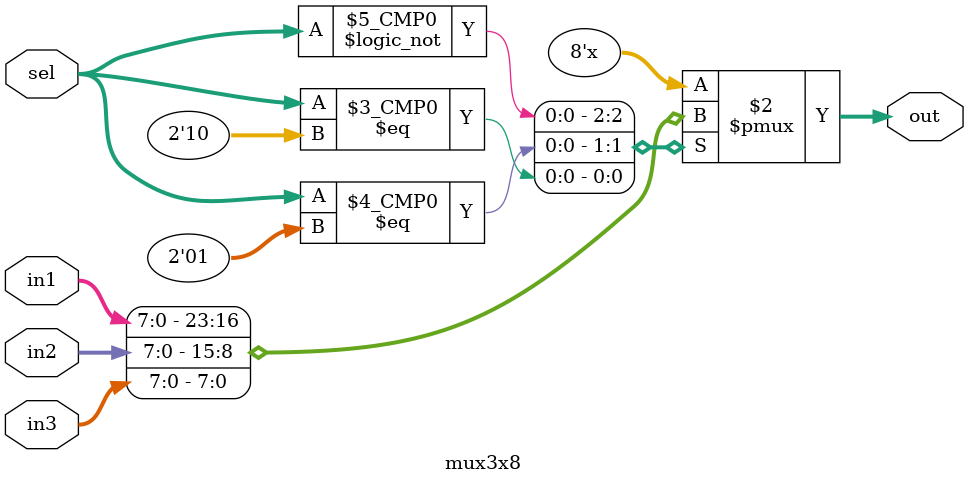
<source format=v>
module mux2x3(input [2:0]in1, in2, output reg [2:0] out, input sel); // se (sel==0) out=in1

always@(sel)
begin
	 if(sel == 0)
	   out <= in1;
	 else
	   out <= in2; 

end

endmodule

module mux2x8(input [7:0]in1, in2, output  reg [7:0] out, input sel); // se (sel==0) out=in1

always@(sel)
 begin
 if(sel == 0)
   out <= in1;
 else
  out <= in2; 
 
 end 


endmodule

module mux3x8(input [7:0]in1, in2, in3, output reg [7:0] out, input[1:0] sel);   //multiplexador que substituirá o multiplexador de chave
																											//selDtWr para poder escolher o sinal da chave sw[7:0]
																											

always@(sel)
	begin
		case(sel)
			2'b00 : out <= in1;
			2'b01 : out <= in2;
			2'b10 : out <= in3;
		endcase
	end

endmodule


</source>
